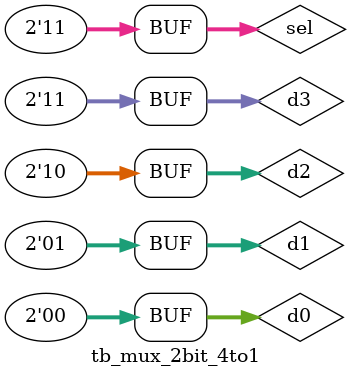
<source format=sv>
module tb_mux_2bit_4to1;
    logic [1:0] d0, d1, d2, d3, sel;
    logic [1:0] out;

    mux_2bit_4to1 uut (d0, d1, d2, d3, sel, out);

    initial begin
        d0 = 2'b00; d1 = 2'b01; d2 = 2'b10; d3 = 2'b11; sel = 2'b00;
        #10;

        sel = 2'b01;
        #10;

        sel = 2'b10;
        #10;

        sel = 2'b11;
        #10;
    end
endmodule
</source>
